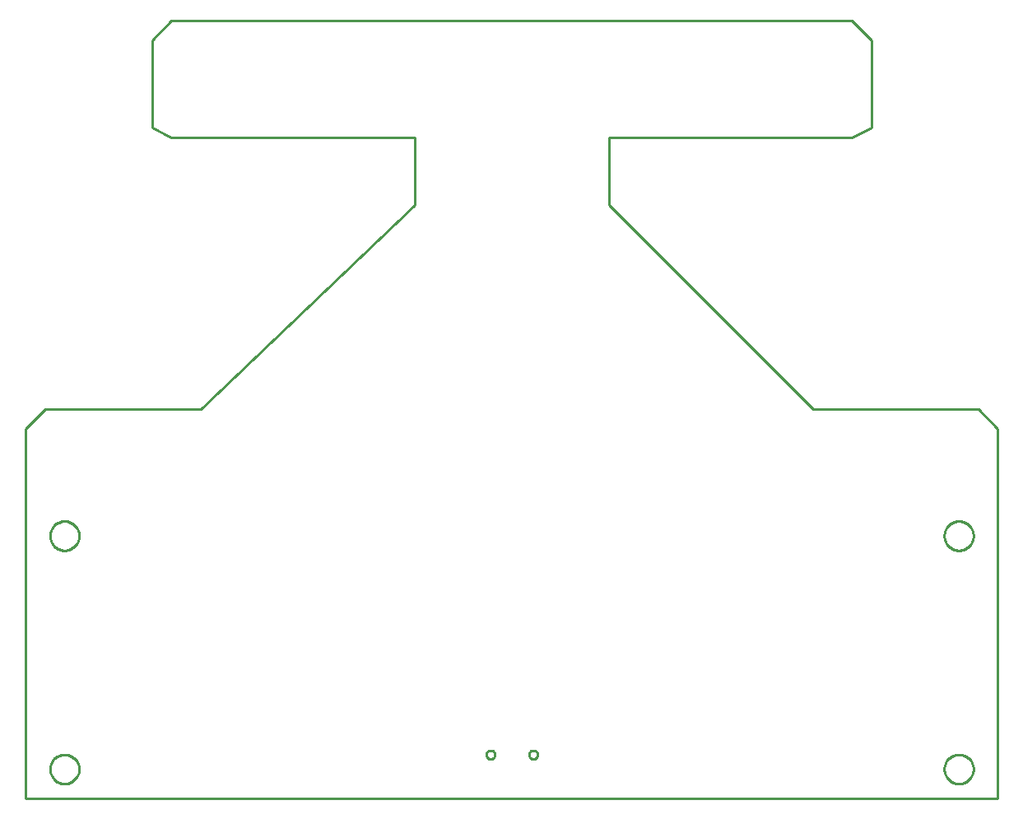
<source format=gbr>
G04 EAGLE Gerber RS-274X export*
G75*
%MOMM*%
%FSLAX34Y34*%
%LPD*%
%IN*%
%IPPOS*%
%AMOC8*
5,1,8,0,0,1.08239X$1,22.5*%
G01*
%ADD10C,0.254000*%


D10*
X0Y0D02*
X1000000Y0D01*
X1000000Y380000D01*
X980000Y400000D01*
X810000Y400000D01*
X600000Y610000D01*
X600000Y680000D01*
X850000Y680000D01*
X870000Y690000D01*
X870000Y780000D01*
X850000Y800000D01*
X150000Y800000D01*
X130000Y780000D01*
X130000Y690000D01*
X150000Y680000D01*
X400000Y680000D01*
X400000Y610000D01*
X180000Y400000D01*
X20000Y400000D01*
X0Y380000D01*
X0Y0D01*
X55000Y29464D02*
X54924Y28396D01*
X54771Y27335D01*
X54543Y26288D01*
X54241Y25260D01*
X53867Y24256D01*
X53422Y23281D01*
X52908Y22341D01*
X52329Y21440D01*
X51687Y20582D01*
X50985Y19772D01*
X50228Y19015D01*
X49418Y18313D01*
X48560Y17671D01*
X47659Y17092D01*
X46719Y16578D01*
X45744Y16133D01*
X44740Y15759D01*
X43712Y15457D01*
X42665Y15229D01*
X41604Y15076D01*
X40536Y15000D01*
X39464Y15000D01*
X38396Y15076D01*
X37335Y15229D01*
X36288Y15457D01*
X35260Y15759D01*
X34256Y16133D01*
X33281Y16578D01*
X32341Y17092D01*
X31440Y17671D01*
X30582Y18313D01*
X29772Y19015D01*
X29015Y19772D01*
X28313Y20582D01*
X27671Y21440D01*
X27092Y22341D01*
X26578Y23281D01*
X26133Y24256D01*
X25759Y25260D01*
X25457Y26288D01*
X25229Y27335D01*
X25076Y28396D01*
X25000Y29464D01*
X25000Y30536D01*
X25076Y31604D01*
X25229Y32665D01*
X25457Y33712D01*
X25759Y34740D01*
X26133Y35744D01*
X26578Y36719D01*
X27092Y37659D01*
X27671Y38560D01*
X28313Y39418D01*
X29015Y40228D01*
X29772Y40985D01*
X30582Y41687D01*
X31440Y42329D01*
X32341Y42908D01*
X33281Y43422D01*
X34256Y43867D01*
X35260Y44241D01*
X36288Y44543D01*
X37335Y44771D01*
X38396Y44924D01*
X39464Y45000D01*
X40536Y45000D01*
X41604Y44924D01*
X42665Y44771D01*
X43712Y44543D01*
X44740Y44241D01*
X45744Y43867D01*
X46719Y43422D01*
X47659Y42908D01*
X48560Y42329D01*
X49418Y41687D01*
X50228Y40985D01*
X50985Y40228D01*
X51687Y39418D01*
X52329Y38560D01*
X52908Y37659D01*
X53422Y36719D01*
X53867Y35744D01*
X54241Y34740D01*
X54543Y33712D01*
X54771Y32665D01*
X54924Y31604D01*
X55000Y30536D01*
X55000Y29464D01*
X55000Y269464D02*
X54924Y268396D01*
X54771Y267335D01*
X54543Y266288D01*
X54241Y265260D01*
X53867Y264256D01*
X53422Y263281D01*
X52908Y262341D01*
X52329Y261440D01*
X51687Y260582D01*
X50985Y259772D01*
X50228Y259015D01*
X49418Y258313D01*
X48560Y257671D01*
X47659Y257092D01*
X46719Y256578D01*
X45744Y256133D01*
X44740Y255759D01*
X43712Y255457D01*
X42665Y255229D01*
X41604Y255076D01*
X40536Y255000D01*
X39464Y255000D01*
X38396Y255076D01*
X37335Y255229D01*
X36288Y255457D01*
X35260Y255759D01*
X34256Y256133D01*
X33281Y256578D01*
X32341Y257092D01*
X31440Y257671D01*
X30582Y258313D01*
X29772Y259015D01*
X29015Y259772D01*
X28313Y260582D01*
X27671Y261440D01*
X27092Y262341D01*
X26578Y263281D01*
X26133Y264256D01*
X25759Y265260D01*
X25457Y266288D01*
X25229Y267335D01*
X25076Y268396D01*
X25000Y269464D01*
X25000Y270536D01*
X25076Y271604D01*
X25229Y272665D01*
X25457Y273712D01*
X25759Y274740D01*
X26133Y275744D01*
X26578Y276719D01*
X27092Y277659D01*
X27671Y278560D01*
X28313Y279418D01*
X29015Y280228D01*
X29772Y280985D01*
X30582Y281687D01*
X31440Y282329D01*
X32341Y282908D01*
X33281Y283422D01*
X34256Y283867D01*
X35260Y284241D01*
X36288Y284543D01*
X37335Y284771D01*
X38396Y284924D01*
X39464Y285000D01*
X40536Y285000D01*
X41604Y284924D01*
X42665Y284771D01*
X43712Y284543D01*
X44740Y284241D01*
X45744Y283867D01*
X46719Y283422D01*
X47659Y282908D01*
X48560Y282329D01*
X49418Y281687D01*
X50228Y280985D01*
X50985Y280228D01*
X51687Y279418D01*
X52329Y278560D01*
X52908Y277659D01*
X53422Y276719D01*
X53867Y275744D01*
X54241Y274740D01*
X54543Y273712D01*
X54771Y272665D01*
X54924Y271604D01*
X55000Y270536D01*
X55000Y269464D01*
X945000Y270536D02*
X945076Y271604D01*
X945229Y272665D01*
X945457Y273712D01*
X945759Y274740D01*
X946133Y275744D01*
X946578Y276719D01*
X947092Y277659D01*
X947671Y278560D01*
X948313Y279418D01*
X949015Y280228D01*
X949772Y280985D01*
X950582Y281687D01*
X951440Y282329D01*
X952341Y282908D01*
X953281Y283422D01*
X954256Y283867D01*
X955260Y284241D01*
X956288Y284543D01*
X957335Y284771D01*
X958396Y284924D01*
X959464Y285000D01*
X960536Y285000D01*
X961604Y284924D01*
X962665Y284771D01*
X963712Y284543D01*
X964740Y284241D01*
X965744Y283867D01*
X966719Y283422D01*
X967659Y282908D01*
X968560Y282329D01*
X969418Y281687D01*
X970228Y280985D01*
X970985Y280228D01*
X971687Y279418D01*
X972329Y278560D01*
X972908Y277659D01*
X973422Y276719D01*
X973867Y275744D01*
X974241Y274740D01*
X974543Y273712D01*
X974771Y272665D01*
X974924Y271604D01*
X975000Y270536D01*
X975000Y269464D01*
X974924Y268396D01*
X974771Y267335D01*
X974543Y266288D01*
X974241Y265260D01*
X973867Y264256D01*
X973422Y263281D01*
X972908Y262341D01*
X972329Y261440D01*
X971687Y260582D01*
X970985Y259772D01*
X970228Y259015D01*
X969418Y258313D01*
X968560Y257671D01*
X967659Y257092D01*
X966719Y256578D01*
X965744Y256133D01*
X964740Y255759D01*
X963712Y255457D01*
X962665Y255229D01*
X961604Y255076D01*
X960536Y255000D01*
X959464Y255000D01*
X958396Y255076D01*
X957335Y255229D01*
X956288Y255457D01*
X955260Y255759D01*
X954256Y256133D01*
X953281Y256578D01*
X952341Y257092D01*
X951440Y257671D01*
X950582Y258313D01*
X949772Y259015D01*
X949015Y259772D01*
X948313Y260582D01*
X947671Y261440D01*
X947092Y262341D01*
X946578Y263281D01*
X946133Y264256D01*
X945759Y265260D01*
X945457Y266288D01*
X945229Y267335D01*
X945076Y268396D01*
X945000Y269464D01*
X945000Y270536D01*
X945000Y30536D02*
X945076Y31604D01*
X945229Y32665D01*
X945457Y33712D01*
X945759Y34740D01*
X946133Y35744D01*
X946578Y36719D01*
X947092Y37659D01*
X947671Y38560D01*
X948313Y39418D01*
X949015Y40228D01*
X949772Y40985D01*
X950582Y41687D01*
X951440Y42329D01*
X952341Y42908D01*
X953281Y43422D01*
X954256Y43867D01*
X955260Y44241D01*
X956288Y44543D01*
X957335Y44771D01*
X958396Y44924D01*
X959464Y45000D01*
X960536Y45000D01*
X961604Y44924D01*
X962665Y44771D01*
X963712Y44543D01*
X964740Y44241D01*
X965744Y43867D01*
X966719Y43422D01*
X967659Y42908D01*
X968560Y42329D01*
X969418Y41687D01*
X970228Y40985D01*
X970985Y40228D01*
X971687Y39418D01*
X972329Y38560D01*
X972908Y37659D01*
X973422Y36719D01*
X973867Y35744D01*
X974241Y34740D01*
X974543Y33712D01*
X974771Y32665D01*
X974924Y31604D01*
X975000Y30536D01*
X975000Y29464D01*
X974924Y28396D01*
X974771Y27335D01*
X974543Y26288D01*
X974241Y25260D01*
X973867Y24256D01*
X973422Y23281D01*
X972908Y22341D01*
X972329Y21440D01*
X971687Y20582D01*
X970985Y19772D01*
X970228Y19015D01*
X969418Y18313D01*
X968560Y17671D01*
X967659Y17092D01*
X966719Y16578D01*
X965744Y16133D01*
X964740Y15759D01*
X963712Y15457D01*
X962665Y15229D01*
X961604Y15076D01*
X960536Y15000D01*
X959464Y15000D01*
X958396Y15076D01*
X957335Y15229D01*
X956288Y15457D01*
X955260Y15759D01*
X954256Y16133D01*
X953281Y16578D01*
X952341Y17092D01*
X951440Y17671D01*
X950582Y18313D01*
X949772Y19015D01*
X949015Y19772D01*
X948313Y20582D01*
X947671Y21440D01*
X947092Y22341D01*
X946578Y23281D01*
X946133Y24256D01*
X945759Y25260D01*
X945457Y26288D01*
X945229Y27335D01*
X945076Y28396D01*
X945000Y29464D01*
X945000Y30536D01*
X478583Y49348D02*
X479168Y49271D01*
X479738Y49118D01*
X480283Y48893D01*
X480793Y48598D01*
X481261Y48239D01*
X481679Y47821D01*
X482038Y47353D01*
X482333Y46843D01*
X482558Y46298D01*
X482711Y45728D01*
X482788Y45143D01*
X482788Y44553D01*
X482711Y43968D01*
X482558Y43398D01*
X482333Y42853D01*
X482038Y42343D01*
X481679Y41875D01*
X481261Y41457D01*
X480793Y41098D01*
X480283Y40803D01*
X479738Y40578D01*
X479168Y40425D01*
X478583Y40348D01*
X477993Y40348D01*
X477408Y40425D01*
X476838Y40578D01*
X476293Y40803D01*
X475783Y41098D01*
X475315Y41457D01*
X474897Y41875D01*
X474538Y42343D01*
X474243Y42853D01*
X474018Y43398D01*
X473865Y43968D01*
X473788Y44553D01*
X473788Y45143D01*
X473865Y45728D01*
X474018Y46298D01*
X474243Y46843D01*
X474538Y47353D01*
X474897Y47821D01*
X475315Y48239D01*
X475783Y48598D01*
X476293Y48893D01*
X476838Y49118D01*
X477408Y49271D01*
X477993Y49348D01*
X478583Y49348D01*
X522583Y49348D02*
X523168Y49271D01*
X523738Y49118D01*
X524283Y48893D01*
X524793Y48598D01*
X525261Y48239D01*
X525679Y47821D01*
X526038Y47353D01*
X526333Y46843D01*
X526558Y46298D01*
X526711Y45728D01*
X526788Y45143D01*
X526788Y44553D01*
X526711Y43968D01*
X526558Y43398D01*
X526333Y42853D01*
X526038Y42343D01*
X525679Y41875D01*
X525261Y41457D01*
X524793Y41098D01*
X524283Y40803D01*
X523738Y40578D01*
X523168Y40425D01*
X522583Y40348D01*
X521993Y40348D01*
X521408Y40425D01*
X520838Y40578D01*
X520293Y40803D01*
X519783Y41098D01*
X519315Y41457D01*
X518897Y41875D01*
X518538Y42343D01*
X518243Y42853D01*
X518018Y43398D01*
X517865Y43968D01*
X517788Y44553D01*
X517788Y45143D01*
X517865Y45728D01*
X518018Y46298D01*
X518243Y46843D01*
X518538Y47353D01*
X518897Y47821D01*
X519315Y48239D01*
X519783Y48598D01*
X520293Y48893D01*
X520838Y49118D01*
X521408Y49271D01*
X521993Y49348D01*
X522583Y49348D01*
M02*

</source>
